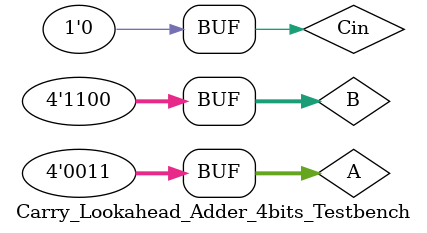
<source format=v>
`timescale 1ns / 1ps


module Carry_Lookahead_Adder_4bits_Testbench;

	// Inputs
	reg [3:0] A;
	reg [3:0] B;
	reg Cin;

	// Outputs
	wire [3:0] S;
	wire Cout;
	wire PG;
	wire GG;

	// Instantiate the Unit Under Test (UUT)
	Carry_Look_Ahead_Adder_4bits uut (
		.A(A), 
		.B(B), 
		.Cin(Cin), 
		.S(S), 
		.Cout(Cout),
		.PG(PG),
		.GG(GG)
	);
	
	initial begin
		// Initialize Inputs
		A = 4'b0011;
		B = 4'b1100;
		Cin = 0;

		// Wait 100 ns for global reset to finish
		#100;
        
		// Add stimulus here

	end
      
endmodule


</source>
